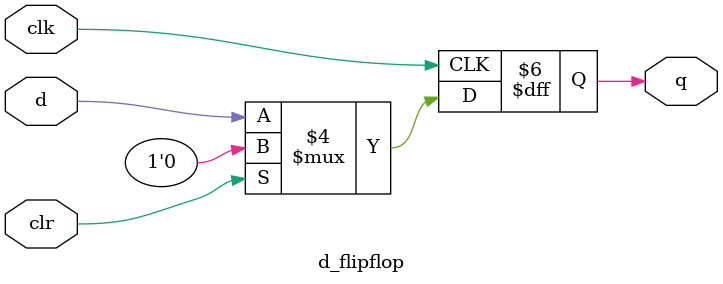
<source format=v>
module d_flipflop (d, clk, clr, q);
	
	input d, clk, clr;
	output reg q;
	
	always @(posedge clk)	begin
		if (clr == 1)
		begin
			q <= 0;
		end
		
		else
		begin
			q <= d;
		end
	end
	
endmodule
</source>
